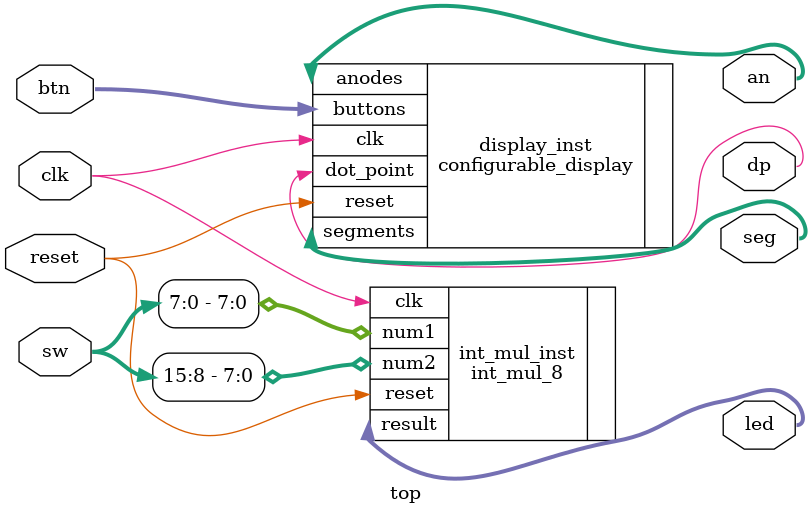
<source format=v>
`timescale 1ns / 1ps


module top(
    input clk,
    input reset,
    input [15:0] sw,
    input [4:0] btn,
    output [15:0] led,
    output [6:0] seg,
    output dp,
    output [7:0] an
    );
    
    int_mul_8 int_mul_inst (
        .clk(clk),
        .reset(reset),
        .num1(sw[7:0]),
        .num2(sw[15:8]),
        .result(led[15:0])
    );
    
    configurable_display display_inst (
        .clk(clk),
        .reset(reset),
        .buttons(btn),
        .segments(seg),
        .dot_point(dp),
        .anodes(an)
    );
    
endmodule

</source>
